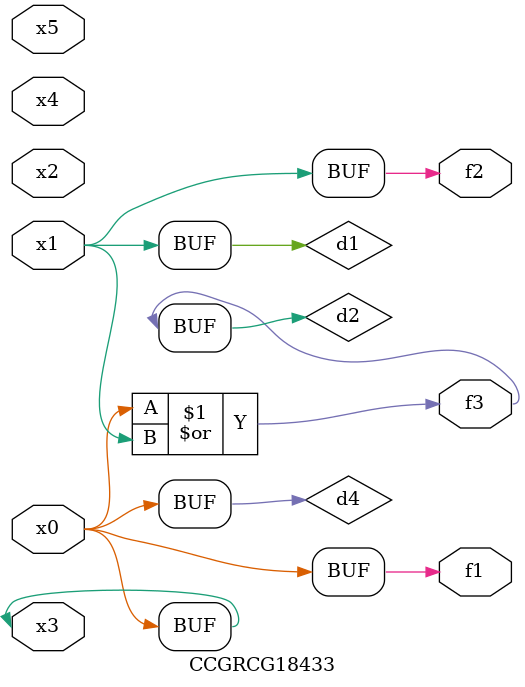
<source format=v>
module CCGRCG18433(
	input x0, x1, x2, x3, x4, x5,
	output f1, f2, f3
);

	wire d1, d2, d3, d4;

	and (d1, x1);
	or (d2, x0, x1);
	nand (d3, x0, x5);
	buf (d4, x0, x3);
	assign f1 = d4;
	assign f2 = d1;
	assign f3 = d2;
endmodule

</source>
